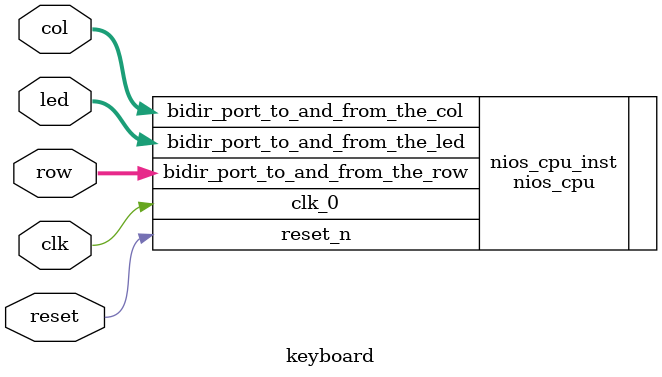
<source format=v>
module keyboard(
					clk,
					reset,
					col,
					row,
					led
                );
  input clk,reset;
  inout[3:0] col,row;
  inout[3:0] led;

  //Example instantiation for system 'nios_cpu'
  nios_cpu nios_cpu_inst
    (
      .bidir_port_to_and_from_the_col (col),
      .bidir_port_to_and_from_the_led (led),
      .bidir_port_to_and_from_the_row (row),
      .clk_0                          (clk),
      .reset_n                        (reset)
    );
	 
endmodule

</source>
